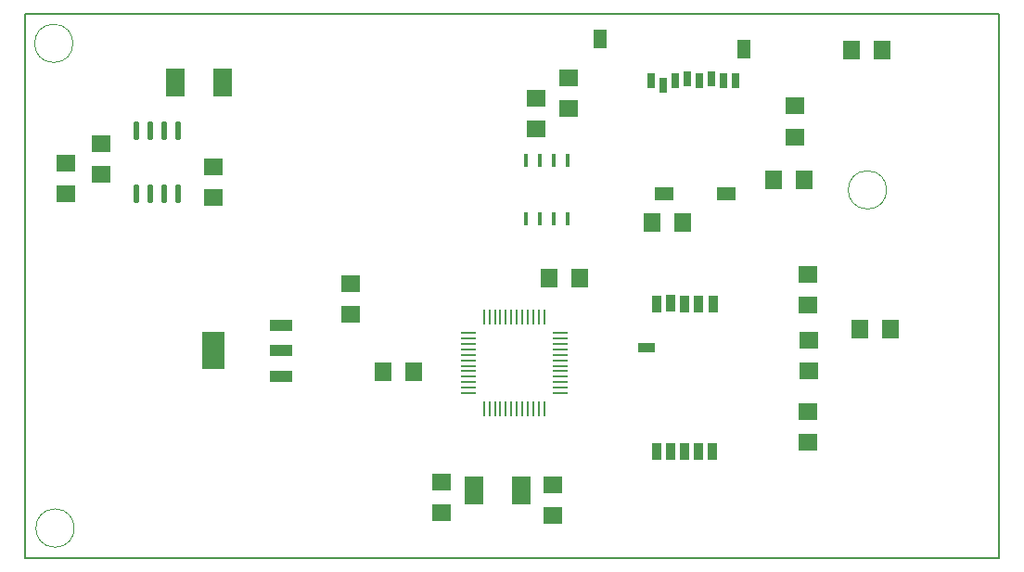
<source format=gbr>
%FSLAX35Y35*%
%MOIN*%
G04 EasyPC Gerber Version 18.0.8 Build 3632 *
%ADD113O,0.02100X0.06800*%
%ADD111R,0.00780X0.05510*%
%ADD114R,0.01600X0.04500*%
%ADD118R,0.02750X0.05506*%
%ADD116R,0.03537X0.05899*%
%ADD120R,0.05112X0.07080*%
%ADD115R,0.05899X0.06687*%
%ADD119R,0.06687X0.05112*%
%ADD109R,0.07080X0.09836*%
%ADD11C,0.00100*%
%ADD10C,0.00500*%
%ADD112R,0.05510X0.00780*%
%ADD117R,0.05899X0.03537*%
%ADD121R,0.08400X0.04400*%
%ADD110R,0.06687X0.05899*%
%ADD122R,0.08261X0.13773*%
X0Y0D02*
D02*
D10*
X11020Y250D02*
X361020D01*
Y195801*
X11020*
Y250*
D02*
D11*
X21325Y192061D02*
G75*
G03Y178281J-6890D01*
G01*
G75*
G03Y192061J6890*
G01*
X21788Y17780D02*
G75*
G03Y4000J-6890D01*
G01*
G75*
G03Y17780J6890*
G01*
X313746Y139374D02*
G75*
G03Y125594J-6890D01*
G01*
G75*
G03Y139374J6890*
G01*
D02*
D109*
X64996Y171136D03*
X81926D03*
X172339Y24305D03*
X189268D03*
D02*
D110*
X25548Y131175D03*
Y142199D03*
X38205Y138045D03*
Y149069D03*
X78638Y129856D03*
Y140880D03*
X128107Y87740D03*
Y98764D03*
X160695Y16274D03*
Y27297D03*
X194770Y154551D03*
Y165575D03*
X200823Y15565D03*
Y26589D03*
X206414Y161687D03*
Y172711D03*
X287693Y151579D03*
Y162602D03*
X292250Y91047D03*
Y102071D03*
X292467Y41864D03*
Y52888D03*
X292595Y67376D03*
Y78400D03*
D02*
D111*
X175909Y53681D03*
Y86760D03*
X177879Y53681D03*
Y86760D03*
X179849Y53681D03*
Y86760D03*
X181819Y53681D03*
Y86760D03*
X183789Y53681D03*
Y86760D03*
X185759Y53681D03*
Y86760D03*
X187719Y53681D03*
Y86760D03*
X189689Y53681D03*
Y86760D03*
X191658Y53681D03*
Y86760D03*
X193628Y53681D03*
Y86760D03*
X195598Y53681D03*
Y86760D03*
X197569Y53681D03*
Y86760D03*
D02*
D112*
X170199Y59391D03*
Y61361D03*
Y63331D03*
Y65301D03*
Y67270D03*
Y69241D03*
Y71200D03*
Y73170D03*
Y75140D03*
Y77110D03*
Y79080D03*
Y81050D03*
X203278Y59391D03*
Y61361D03*
Y63331D03*
Y65301D03*
Y67270D03*
Y69241D03*
Y71200D03*
Y73170D03*
Y75140D03*
Y77110D03*
Y79080D03*
Y81050D03*
D02*
D113*
X50892Y131065D03*
Y153865D03*
X55892Y131065D03*
Y153865D03*
X60892Y131065D03*
Y153865D03*
X65892Y131065D03*
Y153865D03*
D02*
D114*
X191040Y122252D03*
Y142952D03*
X196040Y122252D03*
Y142952D03*
X201040Y122252D03*
Y142952D03*
X206040Y122252D03*
Y142952D03*
D02*
D115*
X139603Y67022D03*
X150626D03*
X199278Y100870D03*
X210302D03*
X236276Y120673D03*
X247300D03*
X280124Y136234D03*
X291148D03*
X307949Y182868D03*
X311109Y82425D03*
X318973Y182868D03*
X322132Y82425D03*
D02*
D116*
X238057Y38449D03*
X238107Y91549D03*
X243077Y38449D03*
X243126Y91603D03*
X248097Y38449D03*
X248146Y91549D03*
X253117Y38449D03*
X253166Y91549D03*
X258136Y38449D03*
X258185Y91549D03*
D02*
D117*
X234219Y75850D03*
D02*
D118*
X235961Y171766D03*
X240292Y170191D03*
X244622Y171766D03*
X248953Y172553D03*
X253284Y171766D03*
X257615Y172553D03*
X261945Y171766D03*
X266276D03*
D02*
D119*
X240646Y131215D03*
X263087D03*
D02*
D120*
X217615Y186923D03*
X269386Y182986D03*
D02*
D121*
X103033Y65520D03*
Y74620D03*
Y83720D03*
D02*
D122*
X78632Y74620D03*
X0Y0D02*
M02*

</source>
